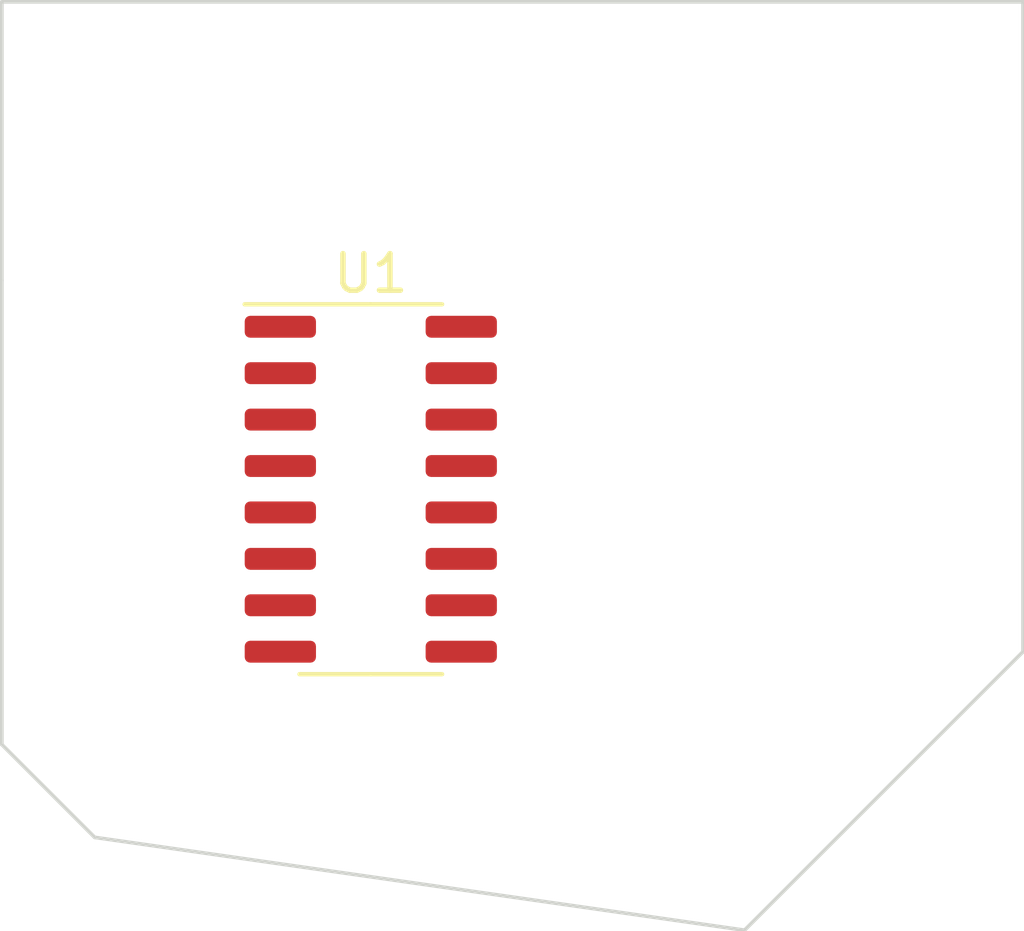
<source format=kicad_pcb>
(kicad_pcb (version 20221018) (generator pcbnew)
  (layers (0 "F.Cu" signal) (31 "B.Cu" signal) (34 "B.Paste" user) (35 "F.Paste" user) (36 "B.SilkS" user "B.Silkscreen") (37 "F.SilkS" user "F.Silkscreen") (38 "B.Mask" user) (39 "F.Mask" user) (44 "Edge.Cuts" user))
  (net 0 "")
  (footprint "Package_SO:SOIC-16_3.9x9.9mm_P1.27mm" (layer "F.Cu") (at 119.315 74.295)
    (fp_text reference "U1" (at 0 -5.9) (layer "F.SilkS"))
    (fp_text value "SSI2164")
    (fp_line (start 0 -5.06) (end -3.45 -5.06) (stroke (width 0.12)) (layer "F.SilkS"))
    (fp_line (start 0 -5.06) (end 1.95 -5.06) (stroke (width 0.12)) (layer "F.SilkS"))
    (fp_line (start 0 5.06) (end -1.95 5.06) (stroke (width 0.12)) (layer "F.SilkS"))
    (fp_line (start 0 5.06) (end 1.95 5.06) (stroke (width 0.12)) (layer "F.SilkS"))
    (pad "1" smd roundrect (at -2.475 -4.445) (size 1.95 0.6) (layers "F.Cu" "F.Paste" "F.Mask"))
    (pad "2" smd roundrect (at -2.475 -3.175) (size 1.95 0.6) (layers "F.Cu" "F.Paste" "F.Mask"))
    (pad "3" smd roundrect (at -2.475 -1.905) (size 1.95 0.6) (layers "F.Cu" "F.Paste" "F.Mask"))
    (pad "4" smd roundrect (at -2.475 -0.635) (size 1.95 0.6) (layers "F.Cu" "F.Paste" "F.Mask"))
    (pad "5" smd roundrect (at -2.475 0.635) (size 1.95 0.6) (layers "F.Cu" "F.Paste" "F.Mask"))
    (pad "6" smd roundrect (at -2.475 1.905) (size 1.95 0.6) (layers "F.Cu" "F.Paste" "F.Mask"))
    (pad "7" smd roundrect (at -2.475 3.175) (size 1.95 0.6) (layers "F.Cu" "F.Paste" "F.Mask"))
    (pad "8" smd roundrect (at -2.475 4.445) (size 1.95 0.6) (layers "F.Cu" "F.Paste" "F.Mask"))
    (pad "9" smd roundrect (at 2.475 4.445) (size 1.95 0.6) (layers "F.Cu" "F.Paste" "F.Mask"))
    (pad "10" smd roundrect (at 2.475 3.175) (size 1.95 0.6) (layers "F.Cu" "F.Paste" "F.Mask"))
    (pad "11" smd roundrect (at 2.475 1.905) (size 1.95 0.6) (layers "F.Cu" "F.Paste" "F.Mask"))
    (pad "12" smd roundrect (at 2.475 0.635) (size 1.95 0.6) (layers "F.Cu" "F.Paste" "F.Mask"))
    (pad "13" smd roundrect (at 2.475 -0.635) (size 1.95 0.6) (layers "F.Cu" "F.Paste" "F.Mask"))
    (pad "14" smd roundrect (at 2.475 -1.905) (size 1.95 0.6) (layers "F.Cu" "F.Paste" "F.Mask"))
    (pad "15" smd roundrect (at 2.475 -3.175) (size 1.95 0.6) (layers "F.Cu" "F.Paste" "F.Mask"))
    (pad "16" smd roundrect (at 2.475 -4.445) (size 1.95 0.6) (layers "F.Cu" "F.Paste" "F.Mask"))
  )
  (gr_line (start 137.16 60.96) (end 109.22 60.96) (stroke (width 0.1)) (layer "Edge.Cuts"))
  (gr_line (start 109.22 81.28) (end 111.76 83.82) (stroke (width 0.1)) (layer "Edge.Cuts"))
  (gr_line (start 129.54 86.36) (end 137.16 78.74) (stroke (width 0.1)) (layer "Edge.Cuts"))
  (gr_line (start 137.16 78.74) (end 137.16 60.96) (stroke (width 0.1)) (layer "Edge.Cuts"))
  (gr_line (start 109.22 60.96) (end 109.22 68.58) (stroke (width 0.1)) (layer "Edge.Cuts"))
  (gr_line (start 109.22 68.58) (end 109.22 81.28) (stroke (width 0.1)) (layer "Edge.Cuts"))
  (gr_line (start 111.76 83.82) (end 129.54 86.36) (stroke (width 0.1)) (layer "Edge.Cuts"))
)
</source>
